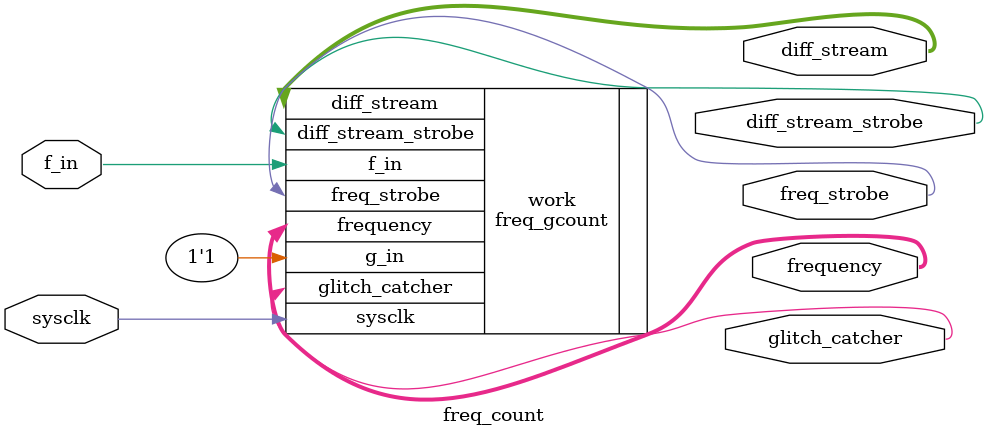
<source format=v>

`timescale 1ns / 1ns

module freq_count #(
	// Default configuration useful for input frequencies < 96 MHz
	parameter glitch_thresh=2,
	parameter refcnt_width=24,
	parameter freq_width=28,
	parameter initv=0
) (
	// input clocks
	input sysclk,  // timespec 8.0 ns
	input f_in,  // unknown input

	// outputs in sysclk domain
	output [freq_width-1:0] frequency,
	output freq_strobe,
	output [15:0] diff_stream,
	output diff_stream_strobe,
	// glitch_catcher can be routed to a physical pin to trigger
	// a 'scope; see glitch_thresh parameter above
	output glitch_catcher
);

freq_gcount #(
	.glitch_thresh(glitch_thresh),
	.refcnt_width(refcnt_width),
	.freq_width(freq_width),
	.initv(initv)
) work (
	.sysclk(sysclk), .f_in(f_in),
	.g_in(1'b1),  // this is the whole point!
	.frequency(frequency), .freq_strobe(freq_strobe),
	.diff_stream(diff_stream), .diff_stream_strobe(diff_stream_strobe),
	.glitch_catcher(glitch_catcher)
);

endmodule

</source>
